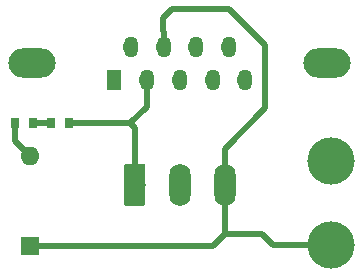
<source format=gtl>
G04 #@! TF.GenerationSoftware,KiCad,Pcbnew,(5.1.4)-1*
G04 #@! TF.CreationDate,2021-11-22T21:05:38+08:00*
G04 #@! TF.ProjectId,CAN-DB9,43414e2d-4442-4392-9e6b-696361645f70,rev?*
G04 #@! TF.SameCoordinates,Original*
G04 #@! TF.FileFunction,Copper,L1,Top*
G04 #@! TF.FilePolarity,Positive*
%FSLAX46Y46*%
G04 Gerber Fmt 4.6, Leading zero omitted, Abs format (unit mm)*
G04 Created by KiCad (PCBNEW (5.1.4)-1) date 2021-11-22 21:05:38*
%MOMM*%
%LPD*%
G04 APERTURE LIST*
%ADD10O,1.600000X1.600000*%
%ADD11R,1.600000X1.600000*%
%ADD12R,0.762000X0.812800*%
%ADD13C,4.000000*%
%ADD14O,1.270000X1.778000*%
%ADD15O,4.000000X2.500000*%
%ADD16R,1.270000X1.778000*%
%ADD17O,1.800000X3.600000*%
%ADD18C,0.100000*%
%ADD19C,1.800000*%
%ADD20C,0.508000*%
G04 APERTURE END LIST*
D10*
X103124000Y-77343000D03*
D11*
X103124000Y-84963000D03*
D12*
X106426000Y-74549000D03*
X104902000Y-74549000D03*
X103378000Y-74549000D03*
X101854000Y-74549000D03*
D13*
X128651000Y-84836000D03*
X128651000Y-77724000D03*
D14*
X119979000Y-68049000D03*
X117209000Y-68049000D03*
X114439000Y-68049000D03*
X121364000Y-70889000D03*
X118594000Y-70889000D03*
X115824000Y-70889000D03*
X113054000Y-70889000D03*
D15*
X128319000Y-69469000D03*
X103329000Y-69469000D03*
D14*
X111669000Y-68049000D03*
D16*
X110284000Y-70889000D03*
D17*
X119634000Y-79756000D03*
X115824000Y-79756000D03*
D18*
G36*
X112688504Y-77957204D02*
G01*
X112712773Y-77960804D01*
X112736571Y-77966765D01*
X112759671Y-77975030D01*
X112781849Y-77985520D01*
X112802893Y-77998133D01*
X112822598Y-78012747D01*
X112840777Y-78029223D01*
X112857253Y-78047402D01*
X112871867Y-78067107D01*
X112884480Y-78088151D01*
X112894970Y-78110329D01*
X112903235Y-78133429D01*
X112909196Y-78157227D01*
X112912796Y-78181496D01*
X112914000Y-78206000D01*
X112914000Y-81306000D01*
X112912796Y-81330504D01*
X112909196Y-81354773D01*
X112903235Y-81378571D01*
X112894970Y-81401671D01*
X112884480Y-81423849D01*
X112871867Y-81444893D01*
X112857253Y-81464598D01*
X112840777Y-81482777D01*
X112822598Y-81499253D01*
X112802893Y-81513867D01*
X112781849Y-81526480D01*
X112759671Y-81536970D01*
X112736571Y-81545235D01*
X112712773Y-81551196D01*
X112688504Y-81554796D01*
X112664000Y-81556000D01*
X111364000Y-81556000D01*
X111339496Y-81554796D01*
X111315227Y-81551196D01*
X111291429Y-81545235D01*
X111268329Y-81536970D01*
X111246151Y-81526480D01*
X111225107Y-81513867D01*
X111205402Y-81499253D01*
X111187223Y-81482777D01*
X111170747Y-81464598D01*
X111156133Y-81444893D01*
X111143520Y-81423849D01*
X111133030Y-81401671D01*
X111124765Y-81378571D01*
X111118804Y-81354773D01*
X111115204Y-81330504D01*
X111114000Y-81306000D01*
X111114000Y-78206000D01*
X111115204Y-78181496D01*
X111118804Y-78157227D01*
X111124765Y-78133429D01*
X111133030Y-78110329D01*
X111143520Y-78088151D01*
X111156133Y-78067107D01*
X111170747Y-78047402D01*
X111187223Y-78029223D01*
X111205402Y-78012747D01*
X111225107Y-77998133D01*
X111246151Y-77985520D01*
X111268329Y-77975030D01*
X111291429Y-77966765D01*
X111315227Y-77960804D01*
X111339496Y-77957204D01*
X111364000Y-77956000D01*
X112664000Y-77956000D01*
X112688504Y-77957204D01*
X112688504Y-77957204D01*
G37*
D19*
X112014000Y-79756000D03*
D20*
X103124000Y-84963000D02*
X118618000Y-84963000D01*
X119634000Y-83947000D02*
X119634000Y-79756000D01*
X118618000Y-84963000D02*
X119634000Y-83947000D01*
X122809000Y-83947000D02*
X119634000Y-83947000D01*
X128651000Y-84836000D02*
X123698000Y-84836000D01*
X123698000Y-84836000D02*
X122809000Y-83947000D01*
X119634000Y-76708000D02*
X119634000Y-79756000D01*
X123063000Y-73279000D02*
X119634000Y-76708000D01*
X123063000Y-67945000D02*
X123063000Y-73279000D01*
X114439000Y-68049000D02*
X114439000Y-66779000D01*
X114439000Y-66779000D02*
X114427000Y-66767000D01*
X114427000Y-66767000D02*
X114427000Y-65659000D01*
X114427000Y-65659000D02*
X115189000Y-64897000D01*
X115189000Y-64897000D02*
X120015000Y-64897000D01*
X120015000Y-64897000D02*
X123063000Y-67945000D01*
X113054000Y-73128000D02*
X113054000Y-70889000D01*
X106426000Y-74549000D02*
X111633000Y-74549000D01*
X111633000Y-74549000D02*
X113054000Y-73128000D01*
X112014000Y-74930000D02*
X111633000Y-74549000D01*
X112014000Y-79756000D02*
X112014000Y-74930000D01*
X103378000Y-74549000D02*
X104902000Y-74549000D01*
X103124000Y-77343000D02*
X101854000Y-76073000D01*
X101854000Y-76073000D02*
X101854000Y-74549000D01*
M02*

</source>
